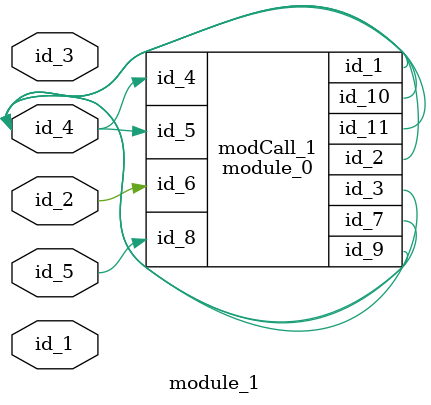
<source format=v>
module module_0 (
    id_1,
    id_2,
    id_3,
    id_4,
    id_5,
    id_6,
    id_7,
    id_8,
    id_9,
    id_10,
    id_11
);
  inout wire id_11;
  output wire id_10;
  inout wire id_9;
  input wire id_8;
  inout wire id_7;
  input wire id_6;
  input wire id_5;
  input wire id_4;
  output wire id_3;
  output wire id_2;
  inout wire id_1;
  wire id_12 = 1;
endmodule
module module_1 (
    id_1,
    id_2,
    id_3,
    id_4,
    id_5
);
  input wire id_5;
  inout wire id_4;
  module_0 modCall_1 (
      id_4,
      id_4,
      id_4,
      id_4,
      id_4,
      id_2,
      id_4,
      id_5,
      id_4,
      id_4,
      id_4
  );
  input wire id_3;
  input wire id_2;
  input wire id_1;
  wire id_6;
endmodule

</source>
